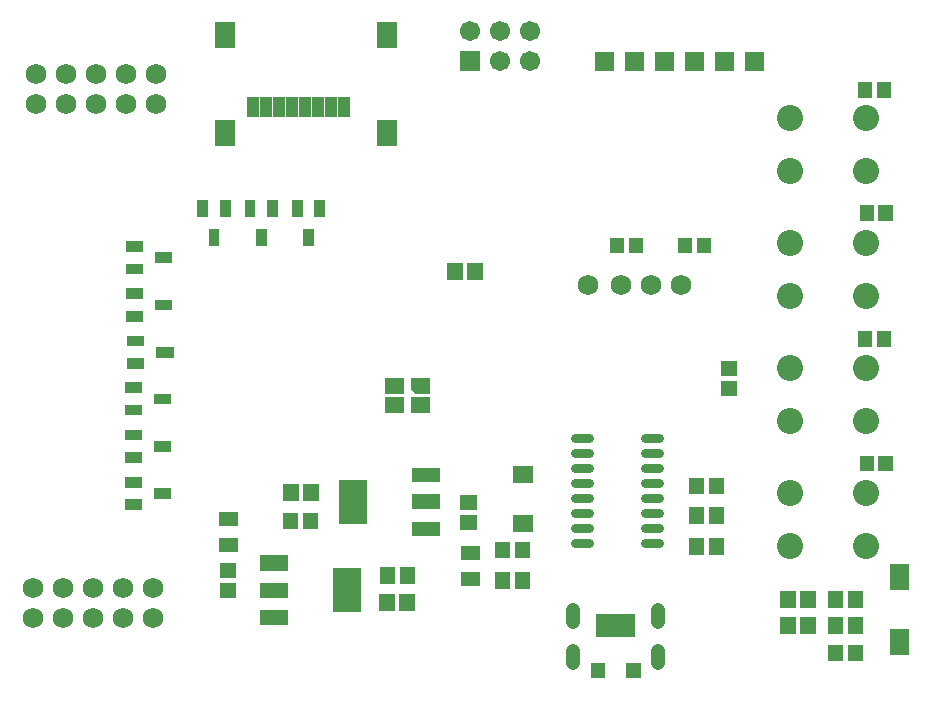
<source format=gts>
G04 Layer: TopSolderMaskLayer*
G04 EasyEDA v6.3.43, 2020-05-10T20:22:00+02:00*
G04 8efef6a7772f454f874d1fefd099d7f4,c718b20e53f548e3abf3144c64a63f4f,10*
G04 Gerber Generator version 0.2*
G04 Scale: 100 percent, Rotated: No, Reflected: No *
G04 Dimensions in millimeters *
G04 leading zeros omitted , absolute positions ,3 integer and 3 decimal *
%FSLAX33Y33*%
%MOMM*%
G90*
G71D02*

%ADD54C,1.203198*%
%ADD55C,0.803199*%
%ADD60C,1.727200*%
%ADD61C,1.701800*%
%ADD69C,2.203196*%
%ADD73R,2.403196X3.703193*%
%ADD74R,2.403196X1.303198*%

%LPD*%
G54D54*
G01X56701Y3160D02*
G01X56701Y2160D01*
G01X49503Y3160D02*
G01X49503Y2160D01*
G01X56701Y6630D02*
G01X56701Y5630D01*
G01X49503Y6630D02*
G01X49503Y5630D01*
G54D55*
G01X50854Y21229D02*
G01X49654Y21229D01*
G01X50854Y19959D02*
G01X49654Y19959D01*
G01X50854Y18689D02*
G01X49654Y18689D01*
G01X50854Y17419D02*
G01X49654Y17419D01*
G01X50854Y16149D02*
G01X49654Y16149D01*
G01X50854Y14879D02*
G01X49654Y14879D01*
G01X50854Y13609D02*
G01X49654Y13609D01*
G01X50854Y12339D02*
G01X49654Y12339D01*
G01X56797Y21229D02*
G01X55597Y21229D01*
G01X56797Y19959D02*
G01X55597Y19959D01*
G01X56797Y18689D02*
G01X55597Y18689D01*
G01X56797Y17419D02*
G01X55597Y17419D01*
G01X56797Y16149D02*
G01X55597Y16149D01*
G01X56797Y14879D02*
G01X55597Y14879D01*
G01X56797Y13609D02*
G01X55597Y13609D01*
G01X56797Y12339D02*
G01X55597Y12339D01*
G36*
G01X33597Y23322D02*
G01X33597Y24676D01*
G01X35202Y24676D01*
G01X35202Y23322D01*
G01X33597Y23322D01*
G37*
G36*
G01X36218Y24922D02*
G01X35799Y25361D01*
G01X35799Y26276D01*
G01X37402Y26276D01*
G01X37402Y24922D01*
G01X36218Y24922D01*
G37*
G36*
G01X35799Y23322D02*
G01X35799Y24676D01*
G01X37402Y24676D01*
G01X37402Y23322D01*
G01X35799Y23322D01*
G37*
G36*
G01X33597Y24922D02*
G01X33597Y26276D01*
G01X35202Y26276D01*
G01X35202Y24922D01*
G01X33597Y24922D01*
G37*
G36*
G01X21898Y48361D02*
G01X21898Y50088D01*
G01X22901Y50088D01*
G01X22901Y48361D01*
G01X21898Y48361D01*
G37*
G36*
G01X22998Y48361D02*
G01X22998Y50088D01*
G01X24001Y50088D01*
G01X24001Y48361D01*
G01X22998Y48361D01*
G37*
G36*
G01X24097Y48361D02*
G01X24097Y50088D01*
G01X25101Y50088D01*
G01X25101Y48361D01*
G01X24097Y48361D01*
G37*
G36*
G01X25197Y48361D02*
G01X25197Y50088D01*
G01X26201Y50088D01*
G01X26201Y48361D01*
G01X25197Y48361D01*
G37*
G36*
G01X26297Y48361D02*
G01X26297Y50088D01*
G01X27300Y50088D01*
G01X27300Y48361D01*
G01X26297Y48361D01*
G37*
G36*
G01X27397Y48361D02*
G01X27397Y50088D01*
G01X28400Y50088D01*
G01X28400Y48361D01*
G01X27397Y48361D01*
G37*
G36*
G01X28497Y48361D02*
G01X28497Y50088D01*
G01X29500Y50088D01*
G01X29500Y48361D01*
G01X28497Y48361D01*
G37*
G36*
G01X29599Y48361D02*
G01X29599Y50088D01*
G01X30600Y50088D01*
G01X30600Y48361D01*
G01X29599Y48361D01*
G37*
G36*
G01X32924Y45948D02*
G01X32924Y48150D01*
G01X34626Y48150D01*
G01X34626Y45948D01*
G01X32924Y45948D01*
G37*
G36*
G01X32924Y54249D02*
G01X32924Y56451D01*
G01X34626Y56451D01*
G01X34626Y54249D01*
G01X32924Y54249D01*
G37*
G36*
G01X19172Y45948D02*
G01X19172Y48150D01*
G01X20877Y48150D01*
G01X20877Y45948D01*
G01X19172Y45948D01*
G37*
G36*
G01X19172Y54249D02*
G01X19172Y56451D01*
G01X20877Y56451D01*
G01X20877Y54249D01*
G01X19172Y54249D01*
G37*
G36*
G01X71047Y2298D02*
G01X71047Y3700D01*
G01X72350Y3700D01*
G01X72350Y2298D01*
G01X71047Y2298D01*
G37*
G36*
G01X72746Y2298D02*
G01X72746Y3700D01*
G01X74049Y3700D01*
G01X74049Y2298D01*
G01X72746Y2298D01*
G37*
G54D60*
G01X13899Y8500D03*
G01X11359Y8500D03*
G01X8819Y8500D03*
G01X6279Y8500D03*
G01X3739Y8500D03*
G01X13899Y5960D03*
G01X11359Y5960D03*
G01X8819Y5960D03*
G01X6279Y5960D03*
G01X3739Y5960D03*
G01X3999Y49500D03*
G01X6539Y49500D03*
G01X9079Y49500D03*
G01X11619Y49500D03*
G01X14159Y49500D03*
G01X3999Y52040D03*
G01X6539Y52040D03*
G01X9079Y52040D03*
G01X11619Y52040D03*
G01X14159Y52040D03*
G36*
G01X60988Y11320D02*
G01X60988Y12722D01*
G01X62291Y12722D01*
G01X62291Y11320D01*
G01X60988Y11320D01*
G37*
G36*
G01X59289Y11320D02*
G01X59289Y12722D01*
G01X60592Y12722D01*
G01X60592Y11320D01*
G01X59289Y11320D01*
G37*
G54D61*
G01X45880Y55640D03*
G01X43340Y55640D03*
G01X40800Y55640D03*
G01X45880Y53100D03*
G01X43340Y53100D03*
G36*
G01X39950Y52250D02*
G01X39950Y53952D01*
G01X41651Y53952D01*
G01X41651Y52250D01*
G01X39950Y52250D01*
G37*
G36*
G01X39952Y13365D02*
G01X39952Y14668D01*
G01X41354Y14668D01*
G01X41354Y13365D01*
G01X39952Y13365D01*
G37*
G36*
G01X39952Y15064D02*
G01X39952Y16367D01*
G01X41354Y16367D01*
G01X41354Y15064D01*
G01X39952Y15064D01*
G37*
G36*
G01X54075Y4328D02*
G01X54075Y6329D01*
G01X54730Y6329D01*
G01X54730Y4328D01*
G01X54075Y4328D01*
G37*
G36*
G01X53424Y4328D02*
G01X53424Y6329D01*
G01X54080Y6329D01*
G01X54080Y4328D01*
G01X53424Y4328D01*
G37*
G36*
G01X52774Y4328D02*
G01X52774Y6329D01*
G01X53429Y6329D01*
G01X53429Y4328D01*
G01X52774Y4328D01*
G37*
G36*
G01X52124Y4328D02*
G01X52124Y6329D01*
G01X52779Y6329D01*
G01X52779Y4328D01*
G01X52124Y4328D01*
G37*
G36*
G01X51474Y4328D02*
G01X51474Y6329D01*
G01X52129Y6329D01*
G01X52129Y4328D01*
G01X51474Y4328D01*
G37*
G36*
G01X54014Y858D02*
G01X54014Y2161D01*
G01X55218Y2161D01*
G01X55218Y858D01*
G01X54014Y858D01*
G37*
G36*
G01X51032Y861D02*
G01X51032Y2164D01*
G01X52233Y2164D01*
G01X52233Y861D01*
G01X51032Y861D01*
G37*
G36*
G01X34793Y6583D02*
G01X34793Y7985D01*
G01X36096Y7985D01*
G01X36096Y6583D01*
G01X34793Y6583D01*
G37*
G36*
G01X33094Y6583D02*
G01X33094Y7985D01*
G01X34397Y7985D01*
G01X34397Y6583D01*
G01X33094Y6583D01*
G37*
G36*
G01X76297Y8361D02*
G01X76297Y10563D01*
G01X77902Y10563D01*
G01X77902Y8361D01*
G01X76297Y8361D01*
G37*
G36*
G01X76297Y2857D02*
G01X76297Y5059D01*
G01X77900Y5059D01*
G01X77900Y2857D01*
G01X76297Y2857D01*
G37*
G36*
G01X44405Y13228D02*
G01X44405Y14701D01*
G01X46079Y14701D01*
G01X46079Y13228D01*
G01X44405Y13228D01*
G37*
G36*
G01X44405Y17343D02*
G01X44405Y18816D01*
G01X46079Y18816D01*
G01X46079Y17343D01*
G01X44405Y17343D01*
G37*
G36*
G01X60988Y16421D02*
G01X60988Y17823D01*
G01X62291Y17823D01*
G01X62291Y16421D01*
G01X60988Y16421D01*
G37*
G36*
G01X59289Y16421D02*
G01X59289Y17823D01*
G01X60592Y17823D01*
G01X60592Y16421D01*
G01X59289Y16421D01*
G37*
G36*
G01X61999Y24747D02*
G01X61999Y26050D01*
G01X63401Y26050D01*
G01X63401Y24747D01*
G01X61999Y24747D01*
G37*
G36*
G01X61999Y26446D02*
G01X61999Y27749D01*
G01X63401Y27749D01*
G01X63401Y26446D01*
G01X61999Y26446D01*
G37*
G36*
G01X38847Y34599D02*
G01X38847Y36001D01*
G01X40150Y36001D01*
G01X40150Y34599D01*
G01X38847Y34599D01*
G37*
G36*
G01X40547Y34599D02*
G01X40547Y36001D01*
G01X41850Y36001D01*
G01X41850Y34599D01*
G01X40547Y34599D01*
G37*
G36*
G01X60988Y13921D02*
G01X60988Y15323D01*
G01X62291Y15323D01*
G01X62291Y13921D01*
G01X60988Y13921D01*
G37*
G36*
G01X59289Y13921D02*
G01X59289Y15323D01*
G01X60592Y15323D01*
G01X60592Y13921D01*
G01X59289Y13921D01*
G37*
G36*
G01X68746Y4599D02*
G01X68746Y6002D01*
G01X70051Y6002D01*
G01X70051Y4599D01*
G01X68746Y4599D01*
G37*
G36*
G01X67049Y4599D02*
G01X67049Y6002D01*
G01X68352Y6002D01*
G01X68352Y4599D01*
G01X67049Y4599D01*
G37*
G36*
G01X68746Y6799D02*
G01X68746Y8201D01*
G01X70051Y8201D01*
G01X70051Y6799D01*
G01X68746Y6799D01*
G37*
G36*
G01X67049Y6799D02*
G01X67049Y8201D01*
G01X68352Y8201D01*
G01X68352Y6799D01*
G01X67049Y6799D01*
G37*
G36*
G01X71047Y4599D02*
G01X71047Y6002D01*
G01X72350Y6002D01*
G01X72350Y4599D01*
G01X71047Y4599D01*
G37*
G36*
G01X72746Y4599D02*
G01X72746Y6002D01*
G01X74049Y6002D01*
G01X74049Y4599D01*
G01X72746Y4599D01*
G37*
G36*
G01X71047Y6799D02*
G01X71047Y8201D01*
G01X72350Y8201D01*
G01X72350Y6799D01*
G01X71047Y6799D01*
G37*
G36*
G01X72746Y6799D02*
G01X72746Y8201D01*
G01X74049Y8201D01*
G01X74049Y6799D01*
G01X72746Y6799D01*
G37*
G36*
G01X33142Y8869D02*
G01X33142Y10271D01*
G01X34445Y10271D01*
G01X34445Y8869D01*
G01X33142Y8869D01*
G37*
G36*
G01X34842Y8869D02*
G01X34842Y10271D01*
G01X36145Y10271D01*
G01X36145Y8869D01*
G01X34842Y8869D01*
G37*
G36*
G01X42888Y11021D02*
G01X42888Y12423D01*
G01X44191Y12423D01*
G01X44191Y11021D01*
G01X42888Y11021D01*
G37*
G36*
G01X44588Y11021D02*
G01X44588Y12423D01*
G01X45891Y12423D01*
G01X45891Y11021D01*
G01X44588Y11021D01*
G37*
G36*
G01X44590Y8422D02*
G01X44590Y9824D01*
G01X45893Y9824D01*
G01X45893Y8422D01*
G01X44590Y8422D01*
G37*
G36*
G01X42891Y8422D02*
G01X42891Y9824D01*
G01X44194Y9824D01*
G01X44194Y8422D01*
G01X42891Y8422D01*
G37*
G36*
G01X51362Y52242D02*
G01X51362Y53860D01*
G01X52980Y53860D01*
G01X52980Y52242D01*
G01X51362Y52242D01*
G37*
G36*
G01X56442Y52242D02*
G01X56442Y53860D01*
G01X58060Y53860D01*
G01X58060Y52242D01*
G01X56442Y52242D01*
G37*
G36*
G01X61522Y52242D02*
G01X61522Y53860D01*
G01X63140Y53860D01*
G01X63140Y52242D01*
G01X61522Y52242D01*
G37*
G36*
G01X53902Y52242D02*
G01X53902Y53860D01*
G01X55520Y53860D01*
G01X55520Y52242D01*
G01X53902Y52242D01*
G37*
G36*
G01X58982Y52242D02*
G01X58982Y53860D01*
G01X60600Y53860D01*
G01X60600Y52242D01*
G01X58982Y52242D01*
G37*
G36*
G01X64062Y52242D02*
G01X64062Y53860D01*
G01X65680Y53860D01*
G01X65680Y52242D01*
G01X64062Y52242D01*
G37*
G54D60*
G01X50773Y34130D03*
G01X53567Y34130D03*
G01X56107Y34130D03*
G01X58647Y34130D03*
G54D69*
G01X74338Y33192D03*
G01X67838Y33192D03*
G01X67838Y37692D03*
G01X74338Y37692D03*
G01X74338Y22609D03*
G01X67838Y22609D03*
G01X67838Y27108D03*
G01X74338Y27108D03*
G01X74338Y12025D03*
G01X67838Y12025D03*
G01X67838Y16525D03*
G01X74338Y16525D03*
G01X74338Y43775D03*
G01X67838Y43775D03*
G01X67838Y48275D03*
G01X74338Y48275D03*
G36*
G01X26625Y13446D02*
G01X26625Y14848D01*
G01X27928Y14848D01*
G01X27928Y13446D01*
G01X26625Y13446D01*
G37*
G36*
G01X24926Y13446D02*
G01X24926Y14848D01*
G01X26229Y14848D01*
G01X26229Y13446D01*
G01X24926Y13446D01*
G37*
G36*
G01X24974Y15859D02*
G01X24974Y17261D01*
G01X26277Y17261D01*
G01X26277Y15859D01*
G01X24974Y15859D01*
G37*
G36*
G01X26673Y15859D02*
G01X26673Y17261D01*
G01X27976Y17261D01*
G01X27976Y15859D01*
G01X26673Y15859D01*
G37*
G36*
G01X19592Y9306D02*
G01X19592Y10609D01*
G01X20994Y10609D01*
G01X20994Y9306D01*
G01X19592Y9306D01*
G37*
G36*
G01X19592Y7607D02*
G01X19592Y8910D01*
G01X20994Y8910D01*
G01X20994Y7607D01*
G01X19592Y7607D01*
G37*
G36*
G01X19492Y11557D02*
G01X19492Y12760D01*
G01X21095Y12760D01*
G01X21095Y11557D01*
G01X19492Y11557D01*
G37*
G36*
G01X19492Y13756D02*
G01X19492Y14960D01*
G01X21095Y14960D01*
G01X21095Y13756D01*
G01X19492Y13756D01*
G37*
G36*
G01X39978Y10830D02*
G01X39978Y12034D01*
G01X41580Y12034D01*
G01X41580Y10830D01*
G01X39978Y10830D01*
G37*
G36*
G01X39978Y8630D02*
G01X39978Y9834D01*
G01X41580Y9834D01*
G01X41580Y8630D01*
G01X39978Y8630D01*
G37*
G36*
G01X22998Y9956D02*
G01X22998Y11252D01*
G01X25360Y11252D01*
G01X25360Y9956D01*
G01X22998Y9956D01*
G37*
G36*
G01X22998Y7645D02*
G01X22998Y8940D01*
G01X25360Y8940D01*
G01X25360Y7645D01*
G01X22998Y7645D01*
G37*
G36*
G01X22998Y5359D02*
G01X22998Y6654D01*
G01X25360Y6654D01*
G01X25360Y5359D01*
G01X22998Y5359D01*
G37*
G36*
G01X29195Y6438D02*
G01X29195Y10147D01*
G01X31557Y10147D01*
G01X31557Y6438D01*
G01X29195Y6438D01*
G37*
G36*
G01X59998Y36847D02*
G01X59998Y38153D01*
G01X61202Y38153D01*
G01X61202Y36847D01*
G01X59998Y36847D01*
G37*
G36*
G01X58398Y36847D02*
G01X58398Y38153D01*
G01X59602Y38153D01*
G01X59602Y36847D01*
G01X58398Y36847D01*
G37*
G36*
G01X52596Y36847D02*
G01X52596Y38153D01*
G01X53800Y38153D01*
G01X53800Y36847D01*
G01X52596Y36847D01*
G37*
G36*
G01X54196Y36847D02*
G01X54196Y38153D01*
G01X55400Y38153D01*
G01X55400Y36847D01*
G01X54196Y36847D01*
G37*
G36*
G01X73754Y18364D02*
G01X73754Y19669D01*
G01X74958Y19669D01*
G01X74958Y18364D01*
G01X73754Y18364D01*
G37*
G36*
G01X75355Y18364D02*
G01X75355Y19669D01*
G01X76559Y19669D01*
G01X76559Y18364D01*
G01X75355Y18364D01*
G37*
G36*
G01X73627Y28905D02*
G01X73627Y30210D01*
G01X74831Y30210D01*
G01X74831Y28905D01*
G01X73627Y28905D01*
G37*
G36*
G01X75228Y28905D02*
G01X75228Y30210D01*
G01X76432Y30210D01*
G01X76432Y28905D01*
G01X75228Y28905D01*
G37*
G36*
G01X73754Y39573D02*
G01X73754Y40878D01*
G01X74958Y40878D01*
G01X74958Y39573D01*
G01X73754Y39573D01*
G37*
G36*
G01X75355Y39573D02*
G01X75355Y40878D01*
G01X76559Y40878D01*
G01X76559Y39573D01*
G01X75355Y39573D01*
G37*
G36*
G01X73627Y49987D02*
G01X73627Y51292D01*
G01X74831Y51292D01*
G01X74831Y49987D01*
G01X73627Y49987D01*
G37*
G36*
G01X75228Y49987D02*
G01X75228Y51292D01*
G01X76432Y51292D01*
G01X76432Y49987D01*
G01X75228Y49987D01*
G37*
G54D73*
G01X30823Y15793D03*
G54D74*
G01X37021Y18093D03*
G36*
G01X35820Y15140D02*
G01X35820Y16446D01*
G01X38222Y16446D01*
G01X38222Y15140D01*
G01X35820Y15140D01*
G37*
G01X37021Y13493D03*
G36*
G01X11522Y16997D02*
G01X11522Y17901D01*
G01X12977Y17901D01*
G01X12977Y16997D01*
G01X11522Y16997D01*
G37*
G36*
G01X11522Y15097D02*
G01X11522Y16002D01*
G01X12977Y16002D01*
G01X12977Y15097D01*
G01X11522Y15097D01*
G37*
G36*
G01X14021Y16047D02*
G01X14021Y16951D01*
G01X15477Y16951D01*
G01X15477Y16047D01*
G01X14021Y16047D01*
G37*
G36*
G01X19597Y39923D02*
G01X19597Y41376D01*
G01X20501Y41376D01*
G01X20501Y39923D01*
G01X19597Y39923D01*
G37*
G36*
G01X17697Y39923D02*
G01X17697Y41376D01*
G01X18601Y41376D01*
G01X18601Y39923D01*
G01X17697Y39923D01*
G37*
G36*
G01X18647Y37424D02*
G01X18647Y38877D01*
G01X19551Y38877D01*
G01X19551Y37424D01*
G01X18647Y37424D01*
G37*
G36*
G01X11522Y20998D02*
G01X11522Y21902D01*
G01X12977Y21902D01*
G01X12977Y20998D01*
G01X11522Y20998D01*
G37*
G36*
G01X11522Y19098D02*
G01X11522Y20002D01*
G01X12977Y20002D01*
G01X12977Y19098D01*
G01X11522Y19098D01*
G37*
G36*
G01X14021Y20048D02*
G01X14021Y20952D01*
G01X15477Y20952D01*
G01X15477Y20048D01*
G01X14021Y20048D01*
G37*
G36*
G01X27598Y39923D02*
G01X27598Y41376D01*
G01X28502Y41376D01*
G01X28502Y39923D01*
G01X27598Y39923D01*
G37*
G36*
G01X25698Y39923D02*
G01X25698Y41376D01*
G01X26602Y41376D01*
G01X26602Y39923D01*
G01X25698Y39923D01*
G37*
G36*
G01X26648Y37424D02*
G01X26648Y38877D01*
G01X27552Y38877D01*
G01X27552Y37424D01*
G01X26648Y37424D01*
G37*
G36*
G01X23597Y39923D02*
G01X23597Y41376D01*
G01X24501Y41376D01*
G01X24501Y39923D01*
G01X23597Y39923D01*
G37*
G36*
G01X21697Y39923D02*
G01X21697Y41376D01*
G01X22601Y41376D01*
G01X22601Y39923D01*
G01X21697Y39923D01*
G37*
G36*
G01X22647Y37424D02*
G01X22647Y38877D01*
G01X23551Y38877D01*
G01X23551Y37424D01*
G01X22647Y37424D01*
G37*
G36*
G01X11616Y32946D02*
G01X11616Y33850D01*
G01X13069Y33850D01*
G01X13069Y32946D01*
G01X11616Y32946D01*
G37*
G36*
G01X11616Y31046D02*
G01X11616Y31950D01*
G01X13069Y31950D01*
G01X13069Y31046D01*
G01X11616Y31046D01*
G37*
G36*
G01X14115Y31996D02*
G01X14115Y32900D01*
G01X15568Y32900D01*
G01X15568Y31996D01*
G01X14115Y31996D01*
G37*
G36*
G01X11718Y28945D02*
G01X11718Y29850D01*
G01X13170Y29850D01*
G01X13170Y28945D01*
G01X11718Y28945D01*
G37*
G36*
G01X11718Y27045D02*
G01X11718Y27950D01*
G01X13170Y27950D01*
G01X13170Y27045D01*
G01X11718Y27045D01*
G37*
G36*
G01X14217Y27995D02*
G01X14217Y28900D01*
G01X15670Y28900D01*
G01X15670Y27995D01*
G01X14217Y27995D01*
G37*
G36*
G01X11618Y36946D02*
G01X11618Y37851D01*
G01X13071Y37851D01*
G01X13071Y36946D01*
G01X11618Y36946D01*
G37*
G36*
G01X11618Y35046D02*
G01X11618Y35951D01*
G01X13071Y35951D01*
G01X13071Y35046D01*
G01X11618Y35046D01*
G37*
G36*
G01X14118Y35996D02*
G01X14118Y36901D01*
G01X15571Y36901D01*
G01X15571Y35996D01*
G01X14118Y35996D01*
G37*
G36*
G01X11522Y24998D02*
G01X11522Y25900D01*
G01X12977Y25900D01*
G01X12977Y24998D01*
G01X11522Y24998D01*
G37*
G36*
G01X11522Y23098D02*
G01X11522Y24000D01*
G01X12977Y24000D01*
G01X12977Y23098D01*
G01X11522Y23098D01*
G37*
G36*
G01X14021Y24048D02*
G01X14021Y24950D01*
G01X15477Y24950D01*
G01X15477Y24048D01*
G01X14021Y24048D01*
G37*
M00*
M02*

</source>
